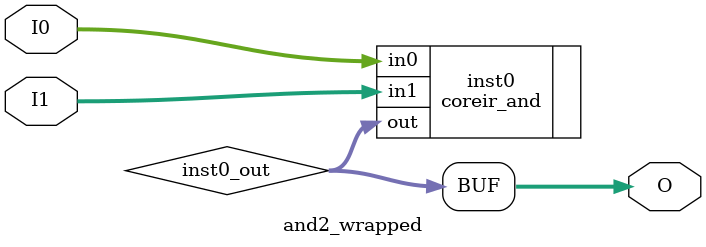
<source format=v>
module and2_wrapped (input [1:0] I0, input [1:0] I1, output [1:0] O);
wire [1:0] inst0_out;
coreir_and inst0 (.in0(I0), .in1(I1), .out(inst0_out));
assign O = inst0_out;
endmodule


</source>
